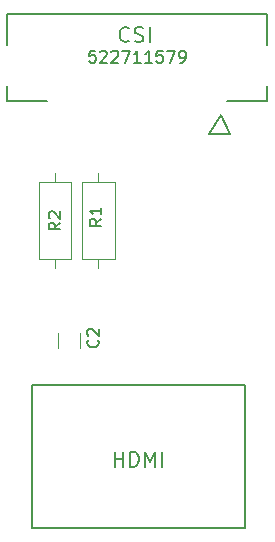
<source format=gbr>
%TF.GenerationSoftware,KiCad,Pcbnew,8.0.5*%
%TF.CreationDate,2024-12-17T10:43:13+01:00*%
%TF.ProjectId,ffc2hdmi,66666332-6864-46d6-992e-6b696361645f,rev?*%
%TF.SameCoordinates,Original*%
%TF.FileFunction,Legend,Top*%
%TF.FilePolarity,Positive*%
%FSLAX46Y46*%
G04 Gerber Fmt 4.6, Leading zero omitted, Abs format (unit mm)*
G04 Created by KiCad (PCBNEW 8.0.5) date 2024-12-17 10:43:13*
%MOMM*%
%LPD*%
G01*
G04 APERTURE LIST*
%ADD10C,0.150000*%
%ADD11C,0.152400*%
%ADD12C,0.120000*%
%ADD13C,0.127000*%
G04 APERTURE END LIST*
D10*
X147785952Y-82808773D02*
X147725476Y-82869250D01*
X147725476Y-82869250D02*
X147544047Y-82929726D01*
X147544047Y-82929726D02*
X147423095Y-82929726D01*
X147423095Y-82929726D02*
X147241666Y-82869250D01*
X147241666Y-82869250D02*
X147120714Y-82748297D01*
X147120714Y-82748297D02*
X147060237Y-82627345D01*
X147060237Y-82627345D02*
X146999761Y-82385440D01*
X146999761Y-82385440D02*
X146999761Y-82204011D01*
X146999761Y-82204011D02*
X147060237Y-81962107D01*
X147060237Y-81962107D02*
X147120714Y-81841154D01*
X147120714Y-81841154D02*
X147241666Y-81720202D01*
X147241666Y-81720202D02*
X147423095Y-81659726D01*
X147423095Y-81659726D02*
X147544047Y-81659726D01*
X147544047Y-81659726D02*
X147725476Y-81720202D01*
X147725476Y-81720202D02*
X147785952Y-81780678D01*
X148269761Y-82869250D02*
X148451190Y-82929726D01*
X148451190Y-82929726D02*
X148753571Y-82929726D01*
X148753571Y-82929726D02*
X148874523Y-82869250D01*
X148874523Y-82869250D02*
X148934999Y-82808773D01*
X148934999Y-82808773D02*
X148995476Y-82687821D01*
X148995476Y-82687821D02*
X148995476Y-82566869D01*
X148995476Y-82566869D02*
X148934999Y-82445916D01*
X148934999Y-82445916D02*
X148874523Y-82385440D01*
X148874523Y-82385440D02*
X148753571Y-82324964D01*
X148753571Y-82324964D02*
X148511666Y-82264488D01*
X148511666Y-82264488D02*
X148390714Y-82204011D01*
X148390714Y-82204011D02*
X148330237Y-82143535D01*
X148330237Y-82143535D02*
X148269761Y-82022583D01*
X148269761Y-82022583D02*
X148269761Y-81901630D01*
X148269761Y-81901630D02*
X148330237Y-81780678D01*
X148330237Y-81780678D02*
X148390714Y-81720202D01*
X148390714Y-81720202D02*
X148511666Y-81659726D01*
X148511666Y-81659726D02*
X148814047Y-81659726D01*
X148814047Y-81659726D02*
X148995476Y-81720202D01*
X149539761Y-82929726D02*
X149539761Y-81659726D01*
X144928557Y-83679819D02*
X144452367Y-83679819D01*
X144452367Y-83679819D02*
X144404748Y-84156009D01*
X144404748Y-84156009D02*
X144452367Y-84108390D01*
X144452367Y-84108390D02*
X144547605Y-84060771D01*
X144547605Y-84060771D02*
X144785700Y-84060771D01*
X144785700Y-84060771D02*
X144880938Y-84108390D01*
X144880938Y-84108390D02*
X144928557Y-84156009D01*
X144928557Y-84156009D02*
X144976176Y-84251247D01*
X144976176Y-84251247D02*
X144976176Y-84489342D01*
X144976176Y-84489342D02*
X144928557Y-84584580D01*
X144928557Y-84584580D02*
X144880938Y-84632200D01*
X144880938Y-84632200D02*
X144785700Y-84679819D01*
X144785700Y-84679819D02*
X144547605Y-84679819D01*
X144547605Y-84679819D02*
X144452367Y-84632200D01*
X144452367Y-84632200D02*
X144404748Y-84584580D01*
X145357129Y-83775057D02*
X145404748Y-83727438D01*
X145404748Y-83727438D02*
X145499986Y-83679819D01*
X145499986Y-83679819D02*
X145738081Y-83679819D01*
X145738081Y-83679819D02*
X145833319Y-83727438D01*
X145833319Y-83727438D02*
X145880938Y-83775057D01*
X145880938Y-83775057D02*
X145928557Y-83870295D01*
X145928557Y-83870295D02*
X145928557Y-83965533D01*
X145928557Y-83965533D02*
X145880938Y-84108390D01*
X145880938Y-84108390D02*
X145309510Y-84679819D01*
X145309510Y-84679819D02*
X145928557Y-84679819D01*
X146309510Y-83775057D02*
X146357129Y-83727438D01*
X146357129Y-83727438D02*
X146452367Y-83679819D01*
X146452367Y-83679819D02*
X146690462Y-83679819D01*
X146690462Y-83679819D02*
X146785700Y-83727438D01*
X146785700Y-83727438D02*
X146833319Y-83775057D01*
X146833319Y-83775057D02*
X146880938Y-83870295D01*
X146880938Y-83870295D02*
X146880938Y-83965533D01*
X146880938Y-83965533D02*
X146833319Y-84108390D01*
X146833319Y-84108390D02*
X146261891Y-84679819D01*
X146261891Y-84679819D02*
X146880938Y-84679819D01*
X147214272Y-83679819D02*
X147880938Y-83679819D01*
X147880938Y-83679819D02*
X147452367Y-84679819D01*
X148785700Y-84679819D02*
X148214272Y-84679819D01*
X148499986Y-84679819D02*
X148499986Y-83679819D01*
X148499986Y-83679819D02*
X148404748Y-83822676D01*
X148404748Y-83822676D02*
X148309510Y-83917914D01*
X148309510Y-83917914D02*
X148214272Y-83965533D01*
X149738081Y-84679819D02*
X149166653Y-84679819D01*
X149452367Y-84679819D02*
X149452367Y-83679819D01*
X149452367Y-83679819D02*
X149357129Y-83822676D01*
X149357129Y-83822676D02*
X149261891Y-83917914D01*
X149261891Y-83917914D02*
X149166653Y-83965533D01*
X150642843Y-83679819D02*
X150166653Y-83679819D01*
X150166653Y-83679819D02*
X150119034Y-84156009D01*
X150119034Y-84156009D02*
X150166653Y-84108390D01*
X150166653Y-84108390D02*
X150261891Y-84060771D01*
X150261891Y-84060771D02*
X150499986Y-84060771D01*
X150499986Y-84060771D02*
X150595224Y-84108390D01*
X150595224Y-84108390D02*
X150642843Y-84156009D01*
X150642843Y-84156009D02*
X150690462Y-84251247D01*
X150690462Y-84251247D02*
X150690462Y-84489342D01*
X150690462Y-84489342D02*
X150642843Y-84584580D01*
X150642843Y-84584580D02*
X150595224Y-84632200D01*
X150595224Y-84632200D02*
X150499986Y-84679819D01*
X150499986Y-84679819D02*
X150261891Y-84679819D01*
X150261891Y-84679819D02*
X150166653Y-84632200D01*
X150166653Y-84632200D02*
X150119034Y-84584580D01*
X151023796Y-83679819D02*
X151690462Y-83679819D01*
X151690462Y-83679819D02*
X151261891Y-84679819D01*
X152119034Y-84679819D02*
X152309510Y-84679819D01*
X152309510Y-84679819D02*
X152404748Y-84632200D01*
X152404748Y-84632200D02*
X152452367Y-84584580D01*
X152452367Y-84584580D02*
X152547605Y-84441723D01*
X152547605Y-84441723D02*
X152595224Y-84251247D01*
X152595224Y-84251247D02*
X152595224Y-83870295D01*
X152595224Y-83870295D02*
X152547605Y-83775057D01*
X152547605Y-83775057D02*
X152499986Y-83727438D01*
X152499986Y-83727438D02*
X152404748Y-83679819D01*
X152404748Y-83679819D02*
X152214272Y-83679819D01*
X152214272Y-83679819D02*
X152119034Y-83727438D01*
X152119034Y-83727438D02*
X152071415Y-83775057D01*
X152071415Y-83775057D02*
X152023796Y-83870295D01*
X152023796Y-83870295D02*
X152023796Y-84108390D01*
X152023796Y-84108390D02*
X152071415Y-84203628D01*
X152071415Y-84203628D02*
X152119034Y-84251247D01*
X152119034Y-84251247D02*
X152214272Y-84298866D01*
X152214272Y-84298866D02*
X152404748Y-84298866D01*
X152404748Y-84298866D02*
X152499986Y-84251247D01*
X152499986Y-84251247D02*
X152547605Y-84203628D01*
X152547605Y-84203628D02*
X152595224Y-84108390D01*
X141979819Y-98221666D02*
X141503628Y-98554999D01*
X141979819Y-98793094D02*
X140979819Y-98793094D01*
X140979819Y-98793094D02*
X140979819Y-98412142D01*
X140979819Y-98412142D02*
X141027438Y-98316904D01*
X141027438Y-98316904D02*
X141075057Y-98269285D01*
X141075057Y-98269285D02*
X141170295Y-98221666D01*
X141170295Y-98221666D02*
X141313152Y-98221666D01*
X141313152Y-98221666D02*
X141408390Y-98269285D01*
X141408390Y-98269285D02*
X141456009Y-98316904D01*
X141456009Y-98316904D02*
X141503628Y-98412142D01*
X141503628Y-98412142D02*
X141503628Y-98793094D01*
X141075057Y-97840713D02*
X141027438Y-97793094D01*
X141027438Y-97793094D02*
X140979819Y-97697856D01*
X140979819Y-97697856D02*
X140979819Y-97459761D01*
X140979819Y-97459761D02*
X141027438Y-97364523D01*
X141027438Y-97364523D02*
X141075057Y-97316904D01*
X141075057Y-97316904D02*
X141170295Y-97269285D01*
X141170295Y-97269285D02*
X141265533Y-97269285D01*
X141265533Y-97269285D02*
X141408390Y-97316904D01*
X141408390Y-97316904D02*
X141979819Y-97888332D01*
X141979819Y-97888332D02*
X141979819Y-97269285D01*
X145159580Y-108166666D02*
X145207200Y-108214285D01*
X145207200Y-108214285D02*
X145254819Y-108357142D01*
X145254819Y-108357142D02*
X145254819Y-108452380D01*
X145254819Y-108452380D02*
X145207200Y-108595237D01*
X145207200Y-108595237D02*
X145111961Y-108690475D01*
X145111961Y-108690475D02*
X145016723Y-108738094D01*
X145016723Y-108738094D02*
X144826247Y-108785713D01*
X144826247Y-108785713D02*
X144683390Y-108785713D01*
X144683390Y-108785713D02*
X144492914Y-108738094D01*
X144492914Y-108738094D02*
X144397676Y-108690475D01*
X144397676Y-108690475D02*
X144302438Y-108595237D01*
X144302438Y-108595237D02*
X144254819Y-108452380D01*
X144254819Y-108452380D02*
X144254819Y-108357142D01*
X144254819Y-108357142D02*
X144302438Y-108214285D01*
X144302438Y-108214285D02*
X144350057Y-108166666D01*
X144350057Y-107785713D02*
X144302438Y-107738094D01*
X144302438Y-107738094D02*
X144254819Y-107642856D01*
X144254819Y-107642856D02*
X144254819Y-107404761D01*
X144254819Y-107404761D02*
X144302438Y-107309523D01*
X144302438Y-107309523D02*
X144350057Y-107261904D01*
X144350057Y-107261904D02*
X144445295Y-107214285D01*
X144445295Y-107214285D02*
X144540533Y-107214285D01*
X144540533Y-107214285D02*
X144683390Y-107261904D01*
X144683390Y-107261904D02*
X145254819Y-107833332D01*
X145254819Y-107833332D02*
X145254819Y-107214285D01*
X146574047Y-118889726D02*
X146574047Y-117619726D01*
X146574047Y-118224488D02*
X147299762Y-118224488D01*
X147299762Y-118889726D02*
X147299762Y-117619726D01*
X147904523Y-118889726D02*
X147904523Y-117619726D01*
X147904523Y-117619726D02*
X148206904Y-117619726D01*
X148206904Y-117619726D02*
X148388333Y-117680202D01*
X148388333Y-117680202D02*
X148509285Y-117801154D01*
X148509285Y-117801154D02*
X148569762Y-117922107D01*
X148569762Y-117922107D02*
X148630238Y-118164011D01*
X148630238Y-118164011D02*
X148630238Y-118345440D01*
X148630238Y-118345440D02*
X148569762Y-118587345D01*
X148569762Y-118587345D02*
X148509285Y-118708297D01*
X148509285Y-118708297D02*
X148388333Y-118829250D01*
X148388333Y-118829250D02*
X148206904Y-118889726D01*
X148206904Y-118889726D02*
X147904523Y-118889726D01*
X149174523Y-118889726D02*
X149174523Y-117619726D01*
X149174523Y-117619726D02*
X149597857Y-118526869D01*
X149597857Y-118526869D02*
X150021190Y-117619726D01*
X150021190Y-117619726D02*
X150021190Y-118889726D01*
X150625952Y-118889726D02*
X150625952Y-117619726D01*
X145454819Y-97901666D02*
X144978628Y-98234999D01*
X145454819Y-98473094D02*
X144454819Y-98473094D01*
X144454819Y-98473094D02*
X144454819Y-98092142D01*
X144454819Y-98092142D02*
X144502438Y-97996904D01*
X144502438Y-97996904D02*
X144550057Y-97949285D01*
X144550057Y-97949285D02*
X144645295Y-97901666D01*
X144645295Y-97901666D02*
X144788152Y-97901666D01*
X144788152Y-97901666D02*
X144883390Y-97949285D01*
X144883390Y-97949285D02*
X144931009Y-97996904D01*
X144931009Y-97996904D02*
X144978628Y-98092142D01*
X144978628Y-98092142D02*
X144978628Y-98473094D01*
X145454819Y-96949285D02*
X145454819Y-97520713D01*
X145454819Y-97234999D02*
X144454819Y-97234999D01*
X144454819Y-97234999D02*
X144597676Y-97330237D01*
X144597676Y-97330237D02*
X144692914Y-97425475D01*
X144692914Y-97425475D02*
X144740533Y-97520713D01*
D11*
%TO.C,X1*%
X137500008Y-80525000D02*
X137500008Y-83207499D01*
X137500008Y-86642498D02*
X137500008Y-87925000D01*
X137500008Y-87925000D02*
X140882472Y-87925000D01*
X154546964Y-90703999D02*
X155562964Y-89129199D01*
X156117472Y-87925000D02*
X159499964Y-87925000D01*
X156324964Y-90703999D02*
X154546964Y-90703999D01*
X156324964Y-90703999D02*
X155562964Y-89129199D01*
X159499964Y-80525000D02*
X137500008Y-80525000D01*
X159499964Y-83207499D02*
X159499964Y-80525000D01*
X159499964Y-87925000D02*
X159499964Y-86642498D01*
D12*
%TO.C,R2*%
X140155000Y-94785000D02*
X140155000Y-101325000D01*
X140155000Y-101325000D02*
X142895000Y-101325000D01*
X141525000Y-94015000D02*
X141525000Y-94785000D01*
X141525000Y-102095000D02*
X141525000Y-101325000D01*
X142895000Y-94785000D02*
X140155000Y-94785000D01*
X142895000Y-101325000D02*
X142895000Y-94785000D01*
%TO.C,C2*%
X141805000Y-108854000D02*
X141805000Y-107596000D01*
X143645000Y-108854000D02*
X143645000Y-107596000D01*
D13*
%TO.C,HDMI*%
X139600000Y-111952000D02*
X139600000Y-124110000D01*
X157600000Y-111952000D02*
X139600000Y-111952000D01*
X157600000Y-124110000D02*
X139600000Y-124110000D01*
X157600000Y-124110000D02*
X157600000Y-111952000D01*
D12*
%TO.C,R1*%
X143830000Y-94785000D02*
X143830000Y-101325000D01*
X143830000Y-101325000D02*
X146570000Y-101325000D01*
X145200000Y-94015000D02*
X145200000Y-94785000D01*
X145200000Y-102095000D02*
X145200000Y-101325000D01*
X146570000Y-94785000D02*
X143830000Y-94785000D01*
X146570000Y-101325000D02*
X146570000Y-94785000D01*
%TD*%
M02*

</source>
